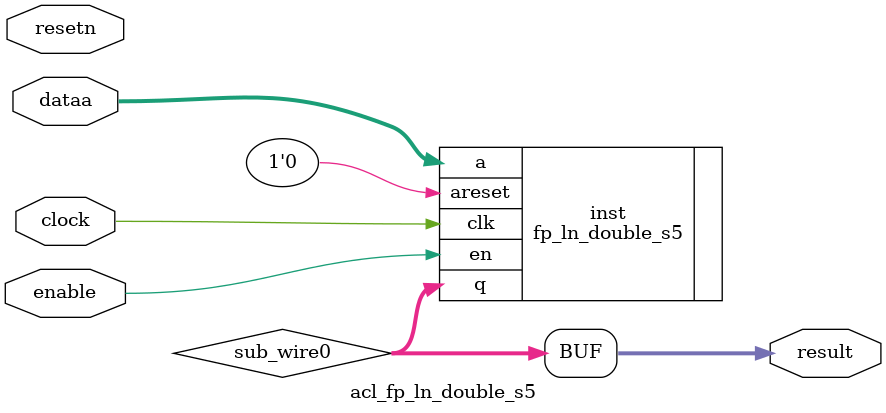
<source format=v>
    


module acl_fp_ln_double_s5 (
	enable, resetn,
	clock,
	dataa,
	result);

	input	  enable, resetn;
	input	  clock;
	input	[63:0]  dataa;
	output	[63:0]  result;

	wire [63:0] sub_wire0;
	wire [63:0] result = sub_wire0[63:0];

  fp_ln_double_s5 inst ( .clk(clock),
                  .areset(1'b0),
                  .en(enable),
                  .a(dataa),
                  .q(sub_wire0));

endmodule

</source>
